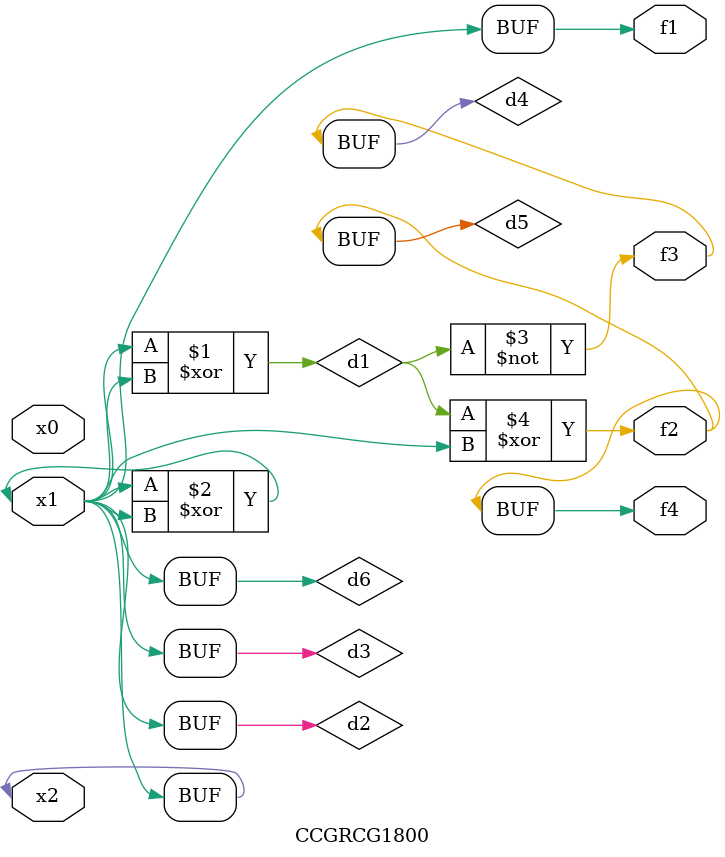
<source format=v>
module CCGRCG1800(
	input x0, x1, x2,
	output f1, f2, f3, f4
);

	wire d1, d2, d3, d4, d5, d6;

	xor (d1, x1, x2);
	buf (d2, x1, x2);
	xor (d3, x1, x2);
	nor (d4, d1);
	xor (d5, d1, d2);
	buf (d6, d2, d3);
	assign f1 = d6;
	assign f2 = d5;
	assign f3 = d4;
	assign f4 = d5;
endmodule

</source>
